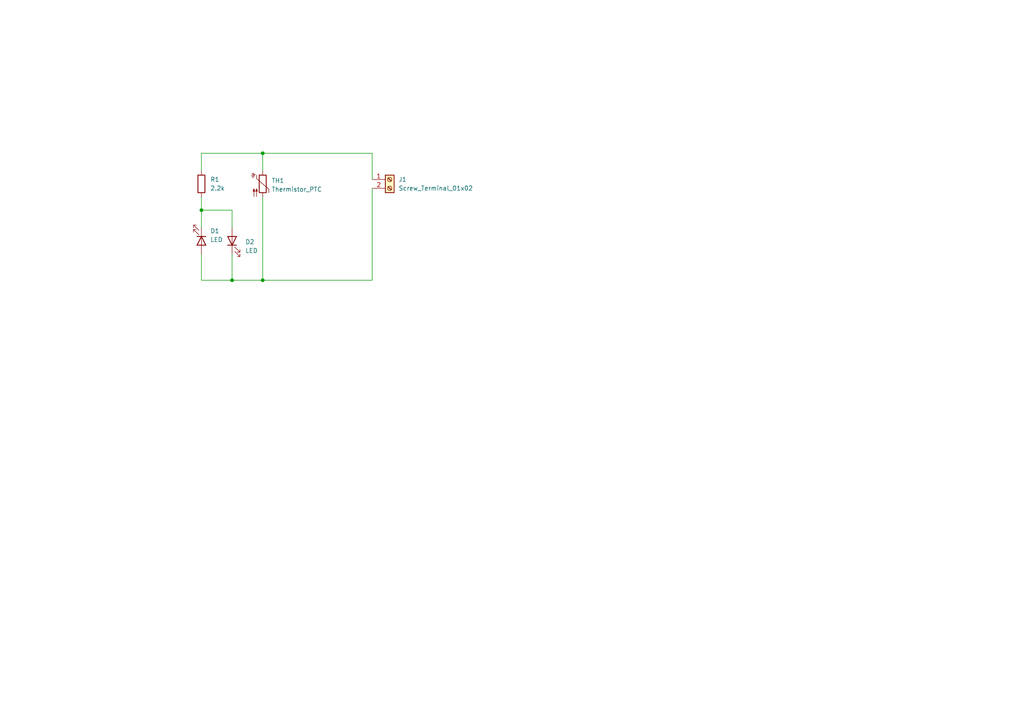
<source format=kicad_sch>
(kicad_sch (version 20230121) (generator eeschema)
  (paper "A4")
  (lib_symbols
    (symbol "Connector:Screw_Terminal_01x02" (pin_names (offset 1.016) hide)
      (property "Reference" "J" (at 0 2.54 0))
      (property "Value" "Screw_Terminal_01x02" (at 0 -5.08 0))
      (symbol "Screw_Terminal_01x02_1_1"
        (rectangle (start -1.27 1.27) (end 1.27 -3.81) (stroke (width 0.254)) (fill (type background)))
        (circle (center 0 -2.54) (radius 0.635) (stroke (width 0.1524)))
        (polyline (pts (xy -0.5334 -2.2098) (xy 0.3302 -3.048)) (stroke (width 0.1524)))
        (polyline (pts (xy -0.5334 0.3302) (xy 0.3302 -0.508)) (stroke (width 0.1524)))
        (polyline (pts (xy -0.3556 -2.032) (xy 0.508 -2.8702)) (stroke (width 0.1524)))
        (polyline (pts (xy -0.3556 0.508) (xy 0.508 -0.3302)) (stroke (width 0.1524)))
        (circle (center 0 0) (radius 0.635) (stroke (width 0.1524)))
        (pin passive line (at -5.08 0 0) (length 3.81) (name "Pin_1") (number "1"))
        (pin passive line (at -5.08 -2.54 0) (length 3.81) (name "Pin_2") (number "2"))
      )
    )
    (symbol "Device:LED" (pin_numbers hide) (pin_names (offset 1.016) hide)
      (property "Reference" "D" (at 0 2.54 0))
      (property "Value" "LED" (at 0 -2.54 0))
      (symbol "LED_0_1"
        (polyline (pts (xy -1.27 -1.27) (xy -1.27 1.27)) (stroke (width 0.254)))
        (polyline (pts (xy -1.27 0) (xy 1.27 0)))
        (polyline (pts (xy 1.27 -1.27) (xy 1.27 1.27) (xy -1.27 0) (xy 1.27 -1.27)) (stroke (width 0.254)))
        (polyline (pts (xy -3.048 -0.762) (xy -4.572 -2.286) (xy -3.81 -2.286) (xy -4.572 -2.286) (xy -4.572 -1.524)))
        (polyline (pts (xy -1.778 -0.762) (xy -3.302 -2.286) (xy -2.54 -2.286) (xy -3.302 -2.286) (xy -3.302 -1.524)))
      )
      (symbol "LED_1_1"
        (pin passive line (at -3.81 0 0) (length 2.54) (name "K") (number "1"))
        (pin passive line (at 3.81 0 180) (length 2.54) (name "A") (number "2"))
      )
    )
    (symbol "Device:R" (pin_numbers hide) (pin_names (offset 0))
      (property "Reference" "R" (at 2.032 0 90))
      (property "Value" "R" (at 0 0 90))
      (symbol "R_0_1"
        (rectangle (start -1.016 -2.54) (end 1.016 2.54) (stroke (width 0.254)))
      )
      (symbol "R_1_1"
        (pin passive line (at 0 3.81 270) (length 1.27) (name "~") (number "1"))
        (pin passive line (at 0 -3.81 90) (length 1.27) (name "~") (number "2"))
      )
    )
    (symbol "Device:Thermistor_PTC" (pin_numbers hide) (pin_names (offset 0))
      (property "Reference" "TH" (at -4.064 0 90))
      (property "Value" "Thermistor_PTC" (at 3.048 0 90))
      (symbol "Thermistor_PTC_0_1"
        (arc (start -3.048 2.159) (mid -3.0495 2.3143) (end -3.175 2.413))
        (arc (start -3.048 2.159) (mid -2.9736 1.9794) (end -2.794 1.905))
        (arc (start -3.048 2.794) (mid -2.9736 2.6144) (end -2.794 2.54))
        (arc (start -2.794 1.905) (mid -2.6144 1.9794) (end -2.54 2.159))
        (arc (start -2.794 2.54) (mid -2.4393 2.5587) (end -2.159 2.794))
        (arc (start -2.794 3.048) (mid -2.9736 2.9736) (end -3.048 2.794))
        (arc (start -2.54 2.794) (mid -2.6144 2.9736) (end -2.794 3.048))
        (rectangle (start -1.016 2.54) (end 1.016 -2.54) (stroke (width 0.254)))
        (polyline (pts (xy -2.54 2.159) (xy -2.54 2.794)))
        (polyline (pts (xy -1.778 2.54) (xy -1.778 1.524) (xy 1.778 -1.524) (xy 1.778 -2.54)))
        (polyline (pts (xy -2.54 -3.683) (xy -2.54 -1.397) (xy -2.794 -2.159) (xy -2.286 -2.159) (xy -2.54 -1.397) (xy -2.54 -1.651)) (fill (type outline)))
        (polyline (pts (xy -1.778 -3.683) (xy -1.778 -1.397) (xy -2.032 -2.159) (xy -1.524 -2.159) (xy -1.778 -1.397) (xy -1.778 -1.651)) (fill (type outline)))
      )
      (symbol "Thermistor_PTC_1_1"
        (pin passive line (at 0 3.81 270) (length 1.27) (name "~") (number "1"))
        (pin passive line (at 0 -3.81 90) (length 1.27) (name "~") (number "2"))
      )
    )
  )
  (junction (at 76.2 44.45))
  (junction (at 76.2 81.28))
  (junction (at 67.31 81.28))
  (junction (at 58.42 60.96))
  (wire (pts (xy 107.95 44.45) (xy 76.2 44.45)))
  (wire (pts (xy 76.2 44.45) (xy 76.2 49.53)))
  (wire (pts (xy 76.2 57.15) (xy 76.2 81.28)))
  (wire (pts (xy 76.2 81.28) (xy 107.95 81.28)))
  (wire (pts (xy 67.31 60.96) (xy 58.42 60.96)))
  (wire (pts (xy 58.42 60.96) (xy 58.42 66.04)))
  (wire (pts (xy 58.42 81.28) (xy 67.31 81.28)))
  (wire (pts (xy 67.31 81.28) (xy 76.2 81.28)))
  (wire (pts (xy 107.95 52.07) (xy 107.95 44.45)))
  (wire (pts (xy 76.2 44.45) (xy 58.42 44.45)))
  (wire (pts (xy 67.31 66.04) (xy 67.31 60.96)))
  (wire (pts (xy 58.42 57.15) (xy 58.42 60.96)))
  (wire (pts (xy 107.95 81.28) (xy 107.95 54.61)))
  (wire (pts (xy 58.42 44.45) (xy 58.42 49.53)))
  (wire (pts (xy 67.31 73.66) (xy 67.31 81.28)))
  (wire (pts (xy 58.42 73.66) (xy 58.42 81.28)))
  (symbol (lib_id "Device:LED") (at 58.42 69.85 270) (unit 1)
    (property "Reference" "D1" (at 60.96 66.9925 90) (effects (justify left)))
    (property "Value" "LED" (at 60.96 69.5325 90) (effects (justify left)))
    (property "Footprint" "LED_THT:LED_D5.0mm" (effects hide))
  )
  (symbol (lib_id "Device:R") (at 58.42 53.34 180) (unit 1)
    (property "Reference" "R1" (at 60.96 52.07 0) (effects (justify right)))
    (property "Value" "2.2k" (at 60.96 54.61 0) (effects (justify right)))
    (property "Footprint" "Resistor_THT:R_Axial_DIN0207_L6.3mm_D2.5mm_P15.24mm_Horizontal" (effects hide))
    (property "Sim.Device" "R" (effects hide))
    (property "Sim.Pins" "1=+ 2=-" (effects hide))
  )
  (symbol (lib_id "Connector:Screw_Terminal_01x02") (at 113.03 52.07 0) (unit 1)
    (property "Reference" "J1" (at 115.57 52.07 0) (effects (justify left)))
    (property "Value" "Screw_Terminal_01x02" (at 115.57 54.61 0) (effects (justify left)))
    (property "Footprint" "Connector_Phoenix_MC_HighVoltage:PhoenixContact_MCV_1,5_2-G-5.08_1x02_P5.08mm_Vertical" (effects hide))
  )
  (symbol (lib_id "Device:LED") (at 67.31 69.85 90) (unit 1)
    (property "Reference" "D2" (at 71.12 70.1675 90) (effects (justify right)))
    (property "Value" "LED" (at 71.12 72.7075 90) (effects (justify right)))
    (property "Footprint" "LED_THT:LED_D5.0mm" (effects hide))
  )
  (symbol (lib_id "Device:Thermistor_PTC") (at 76.2 53.34 0) (unit 1)
    (property "Reference" "TH1" (at 78.74 52.3875 0) (effects (justify left)))
    (property "Value" "Thermistor_PTC" (at 78.74 54.9275 0) (effects (justify left)))
    (property "Footprint" "Resistor_THT:R_Axial_DIN0204_L3.6mm_D1.6mm_P5.08mm_Vertical" (effects hide))
  )
)
</source>
